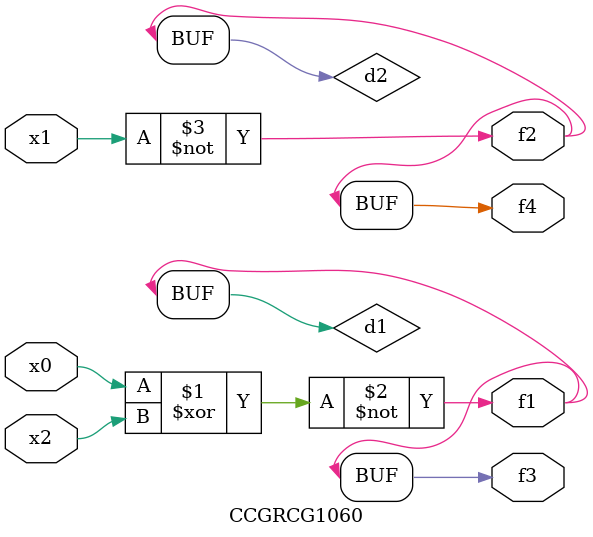
<source format=v>
module CCGRCG1060(
	input x0, x1, x2,
	output f1, f2, f3, f4
);

	wire d1, d2, d3;

	xnor (d1, x0, x2);
	nand (d2, x1);
	nor (d3, x1, x2);
	assign f1 = d1;
	assign f2 = d2;
	assign f3 = d1;
	assign f4 = d2;
endmodule

</source>
